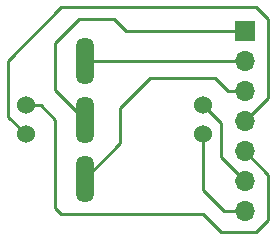
<source format=gtl>
%TF.GenerationSoftware,KiCad,Pcbnew,(7.0.0)*%
%TF.CreationDate,2023-02-17T23:24:39-05:00*%
%TF.ProjectId,RgbButton,52676242-7574-4746-9f6e-2e6b69636164,rev?*%
%TF.SameCoordinates,Original*%
%TF.FileFunction,Copper,L1,Top*%
%TF.FilePolarity,Positive*%
%FSLAX46Y46*%
G04 Gerber Fmt 4.6, Leading zero omitted, Abs format (unit mm)*
G04 Created by KiCad (PCBNEW (7.0.0)) date 2023-02-17 23:24:39*
%MOMM*%
%LPD*%
G01*
G04 APERTURE LIST*
%TA.AperFunction,ComponentPad*%
%ADD10C,1.524000*%
%TD*%
%TA.AperFunction,ComponentPad*%
%ADD11O,1.524000X4.000000*%
%TD*%
%TA.AperFunction,ComponentPad*%
%ADD12R,1.700000X1.700000*%
%TD*%
%TA.AperFunction,ComponentPad*%
%ADD13O,1.700000X1.700000*%
%TD*%
%TA.AperFunction,Conductor*%
%ADD14C,0.250000*%
%TD*%
G04 APERTURE END LIST*
D10*
%TO.P,U1,B,B*%
%TO.N,Net-(J1-Pin_6)*%
X156500000Y-102750000D03*
D11*
%TO.P,U1,COM,COM*%
%TO.N,Net-(J1-Pin_3)*%
X146499999Y-108999999D03*
D10*
%TO.P,U1,G,G*%
%TO.N,Net-(J1-Pin_5)*%
X141500000Y-102750000D03*
%TO.P,U1,GND,GND*%
%TO.N,Net-(J1-Pin_7)*%
X156500000Y-105250000D03*
D11*
%TO.P,U1,NC,NC*%
%TO.N,Net-(J1-Pin_2)*%
X146499999Y-98999999D03*
%TO.P,U1,NO,NO*%
%TO.N,Net-(J1-Pin_1)*%
X146499999Y-103999999D03*
D10*
%TO.P,U1,R,R*%
%TO.N,Net-(J1-Pin_4)*%
X141500000Y-105250000D03*
%TD*%
D12*
%TO.P,J1,1,Pin_1*%
%TO.N,Net-(J1-Pin_1)*%
X160019999Y-96519999D03*
D13*
%TO.P,J1,2,Pin_2*%
%TO.N,Net-(J1-Pin_2)*%
X160019999Y-99059999D03*
%TO.P,J1,3,Pin_3*%
%TO.N,Net-(J1-Pin_3)*%
X160019999Y-101599999D03*
%TO.P,J1,4,Pin_4*%
%TO.N,Net-(J1-Pin_4)*%
X160019999Y-104139999D03*
%TO.P,J1,5,Pin_5*%
%TO.N,Net-(J1-Pin_5)*%
X160019999Y-106679999D03*
%TO.P,J1,6,Pin_6*%
%TO.N,Net-(J1-Pin_6)*%
X160019999Y-109219999D03*
%TO.P,J1,7,Pin_7*%
%TO.N,Net-(J1-Pin_7)*%
X160019999Y-111759999D03*
%TD*%
D14*
%TO.N,Net-(J1-Pin_4)*%
X162000000Y-102160000D02*
X160020000Y-104140000D01*
X162000000Y-95500000D02*
X162000000Y-102160000D01*
X161000000Y-94500000D02*
X162000000Y-95500000D01*
X144500000Y-94500000D02*
X161000000Y-94500000D01*
X140000000Y-99000000D02*
X144500000Y-94500000D01*
X140000000Y-103750000D02*
X140000000Y-99000000D01*
X141500000Y-105250000D02*
X140000000Y-103750000D01*
%TO.N,Net-(J1-Pin_5)*%
X162000000Y-108660000D02*
X160020000Y-106680000D01*
X162000000Y-112500000D02*
X162000000Y-108660000D01*
X161000000Y-113500000D02*
X162000000Y-112500000D01*
X158000000Y-113500000D02*
X161000000Y-113500000D01*
X144500000Y-112000000D02*
X156500000Y-112000000D01*
X144000000Y-111500000D02*
X144500000Y-112000000D01*
X144000000Y-104000000D02*
X144000000Y-111500000D01*
X142750000Y-102750000D02*
X144000000Y-104000000D01*
X141500000Y-102750000D02*
X142750000Y-102750000D01*
X156500000Y-112000000D02*
X158000000Y-113500000D01*
%TO.N,Net-(J1-Pin_3)*%
X152000000Y-100500000D02*
X157500000Y-100500000D01*
X149500000Y-103000000D02*
X152000000Y-100500000D01*
X157500000Y-100500000D02*
X158600000Y-101600000D01*
X158600000Y-101600000D02*
X160020000Y-101600000D01*
X149500000Y-106000000D02*
X149500000Y-103000000D01*
X146500000Y-109000000D02*
X149500000Y-106000000D01*
%TO.N,Net-(J1-Pin_1)*%
X150020000Y-96520000D02*
X160020000Y-96520000D01*
X146000000Y-95500000D02*
X149000000Y-95500000D01*
X144000000Y-101500000D02*
X144000000Y-97500000D01*
X144000000Y-97500000D02*
X146000000Y-95500000D01*
X146500000Y-104000000D02*
X144000000Y-101500000D01*
X149000000Y-95500000D02*
X150020000Y-96520000D01*
%TO.N,Net-(J1-Pin_2)*%
X146500000Y-99000000D02*
X159960000Y-99000000D01*
X159960000Y-99000000D02*
X160020000Y-99060000D01*
%TO.N,Net-(J1-Pin_6)*%
X158000000Y-107200000D02*
X160020000Y-109220000D01*
X156500000Y-102750000D02*
X158000000Y-104250000D01*
X158000000Y-104250000D02*
X158000000Y-107200000D01*
%TO.N,Net-(J1-Pin_7)*%
X158260000Y-111760000D02*
X160020000Y-111760000D01*
X156500000Y-105250000D02*
X156500000Y-110000000D01*
X156500000Y-110000000D02*
X158260000Y-111760000D01*
%TD*%
M02*

</source>
